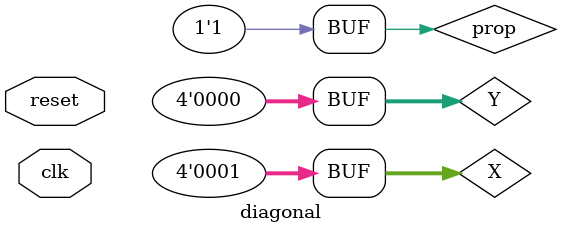
<source format=v>

`define W    4
`define Kmax 4'b1111
`define WS1  3                          // WS1 = (W - 1) 

module diagonal(clk, reset);

	input wire clk;
	reg [`W-1:0] X, Y;
	input wire reset;

	 
	assign	X = `W'd1;
	assign 	Y = `W'd0;


	always @(posedge clk) begin
		X <= (reset && (X > Y)) ? ((`Kmax >> 1) + (X >> 1)) : (X < Y) ? X : ((Y == X) || (X != `Kmax)) ? (X + `W'd1) : Y;
		Y <= (reset && (X > Y)) ? Y  : (!(X > Y) || (X != `Kmax)) ? (Y + `W'd1) : X;
	end

	wire prop = !(X < Y);
	
endmodule

</source>
